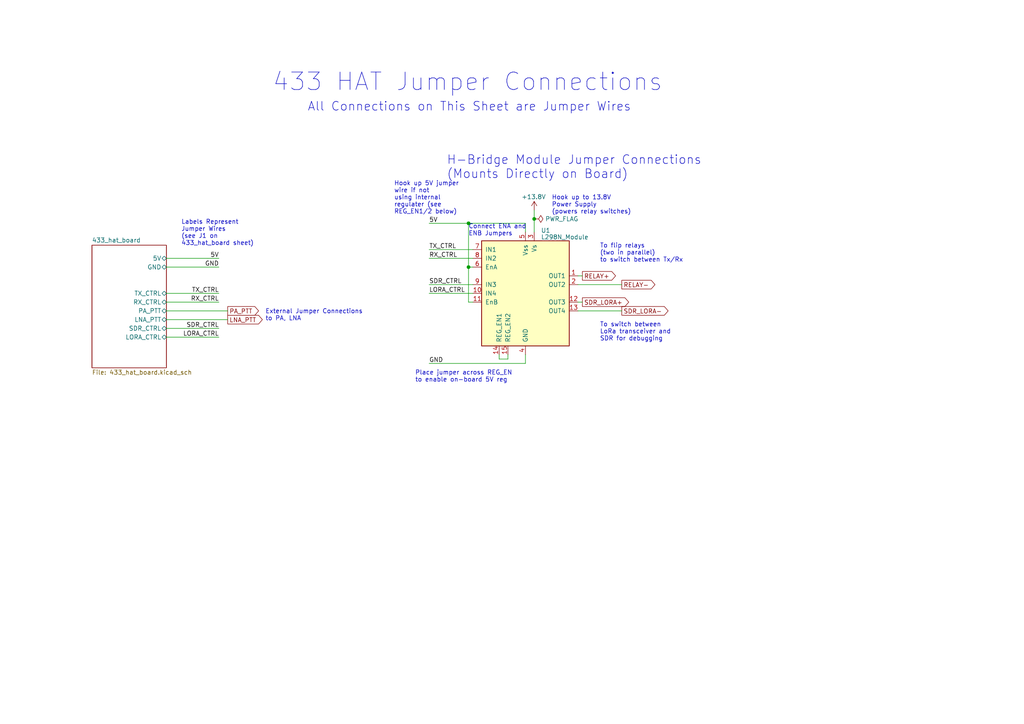
<source format=kicad_sch>
(kicad_sch (version 20250114) (generator "eeschema") (generator_version "9.0")
  (paper "A4")
  (title_block (title "433MHz Ground Station Board") (date "2025-04-07") (rev "1.3") (company "Stanford Student Space Initiative") (comment 1 "Aditri Patil, Victor Huynh, Hunter Liu"))
  (lib_symbols
    (symbol "power:PWR_FLAG" (power) (pin_numbers (hide yes)) (pin_names (offset 0) (hide yes))
      (property "Value" "PWR_FLAG" (at 0 3.81 0))
      (symbol "PWR_FLAG_0_0"
        (pin power_out line (at 0 0 90) (length 0) (name "~") (number "1"))
      )
      (symbol "PWR_FLAG_0_1"
        (polyline (pts (xy 0 0) (xy 0 1.27) (xy -1.016 1.905) (xy 0 2.54) (xy 1.016 1.905) (xy 0 1.27)))
      )
    )
    (symbol "ssi_rf:+13.8V" (power) (pin_names (offset 0))
      (property "Value" "+13.8V" (at 0 3.556 0))
      (symbol "+13.8V_0_1"
        (polyline (pts (xy -0.762 1.27) (xy 0 2.54)))
        (polyline (pts (xy 0 2.54) (xy 0.762 1.27)))
        (polyline (pts (xy 0 0) (xy 0 2.54)))
      )
      (symbol "+13.8V_1_1"
        (pin power_in line (at 0 0 90) (length 0) (hide yes) (name "+13.8V") (number "1"))
      )
    )
    (symbol "ssi_rf:L298N_Module" (pin_names (offset 1.016))
      (property "Reference" "U" (at -10.16 16.51 0))
      (property "Value" "L298N_Module" (at 17.78 16.51 0))
      (symbol "L298N_Module_0_1"
        (rectangle (start -12.7 15.24) (end 12.7 -15.24) (stroke (width 0.254)) (fill (type background)))
      )
      (symbol "L298N_Module_1_1"
        (pin input line (at -15.24 12.7 0) (length 2.54) (name "IN1") (number "7"))
        (pin input line (at -15.24 10.16 0) (length 2.54) (name "IN2") (number "8"))
        (pin input line (at -15.24 7.62 0) (length 2.54) (name "EnA") (number "6"))
        (pin input line (at -15.24 2.54 0) (length 2.54) (name "IN3") (number "9"))
        (pin input line (at -15.24 0 0) (length 2.54) (name "IN4") (number "10"))
        (pin input line (at -15.24 -2.54 0) (length 2.54) (name "EnB") (number "11"))
        (pin output line (at -7.62 -17.78 90) (length 2.54) (name "REG_EN1") (number "14"))
        (pin input line (at -5.08 -17.78 90) (length 2.54) (name "REG_EN2") (number "15"))
        (pin power_in line (at 0 17.78 270) (length 2.54) (name "Vss") (number "5"))
        (pin power_in line (at 0 -17.78 90) (length 2.54) (name "GND") (number "4"))
        (pin power_in line (at 2.54 17.78 270) (length 2.54) (name "Vs") (number "3"))
        (pin output line (at 15.24 5.08 180) (length 2.54) (name "OUT1") (number "1"))
        (pin output line (at 15.24 2.54 180) (length 2.54) (name "OUT2") (number "2"))
        (pin output line (at 15.24 -2.54 180) (length 2.54) (name "OUT3") (number "12"))
        (pin output line (at 15.24 -5.08 180) (length 2.54) (name "OUT4") (number "13"))
      )
    )
  )
  (text "433 HAT Jumper Connections" (at 135.636 23.876 0) (effects (font (size 5.08 5.08))))
  (text "External Jumper Connections\nto PA, LNA" (at 76.962 93.218 0) (effects (font (size 1.27 1.27)) (justify left bottom)))
  (text "H-Bridge Module Jumper Connections\n(Mounts Directly on Board)" (at 129.54 52.07 0) (effects (font (size 2.54 2.54)) (justify left bottom)))
  (text "Hook up 5V jumper\nwire if not\nusing internal\nregulater (see\nREG_EN1/2 below)" (at 114.3 62.23 0) (effects (font (size 1.27 1.27)) (justify left bottom)))
  (text "To switch between\nLoRa transceiver and\nSDR for debugging" (at 173.99 99.06 0) (effects (font (size 1.27 1.27)) (justify left bottom)))
  (text "To flip relays\n(two in parallel)\nto switch between Tx/Rx" (at 173.99 76.2 0) (effects (font (size 1.27 1.27)) (justify left bottom)))
  (text "Place jumper across REG_EN\nto enable on-board 5V reg" (at 120.396 110.998 0) (effects (font (size 1.27 1.27)) (justify left bottom)))
  (text "All Connections on This Sheet are Jumper Wires" (at 89.154 32.512 0) (effects (font (size 2.54 2.54)) (justify left bottom)))
  (text "Labels Represent\nJumper Wires\n(see J1 on\n433_hat_board sheet)" (at 52.578 71.374 0) (effects (font (size 1.27 1.27)) (justify left bottom)))
  (text "Hook up to 13.8V\nPower Supply\n(powers relay switches)" (at 160.02 62.23 0) (effects (font (size 1.27 1.27)) (justify left bottom)))
  (text "Connect ENA and\nENB Jumpers" (at 135.89 68.58 0) (effects (font (size 1.27 1.27)) (justify left bottom)))
  (junction (at 135.89 77.47))
  (junction (at 135.89 64.77))
  (junction (at 154.94 63.5))
  (wire (pts (xy 152.4 102.87) (xy 152.4 105.41)))
  (wire (pts (xy 152.4 64.77) (xy 135.89 64.77)))
  (wire (pts (xy 167.64 82.55) (xy 180.34 82.55)))
  (wire (pts (xy 63.5 97.79) (xy 48.26 97.79)))
  (wire (pts (xy 124.46 74.93) (xy 137.16 74.93)))
  (wire (pts (xy 154.94 60.96) (xy 154.94 63.5)))
  (wire (pts (xy 124.46 105.41) (xy 152.4 105.41)))
  (wire (pts (xy 135.89 87.63) (xy 135.89 77.47)))
  (wire (pts (xy 137.16 87.63) (xy 135.89 87.63)))
  (wire (pts (xy 124.46 64.77) (xy 135.89 64.77)))
  (wire (pts (xy 63.5 74.93) (xy 48.26 74.93)))
  (wire (pts (xy 63.5 85.09) (xy 48.26 85.09)))
  (wire (pts (xy 135.89 77.47) (xy 135.89 64.77)))
  (wire (pts (xy 63.5 87.63) (xy 48.26 87.63)))
  (wire (pts (xy 152.4 67.31) (xy 152.4 64.77)))
  (wire (pts (xy 63.5 95.25) (xy 48.26 95.25)))
  (wire (pts (xy 48.26 77.47) (xy 63.5 77.47)))
  (wire (pts (xy 147.32 102.87) (xy 147.32 104.14)))
  (wire (pts (xy 144.78 104.14) (xy 144.78 102.87)))
  (wire (pts (xy 48.26 90.17) (xy 66.04 90.17)))
  (wire (pts (xy 167.64 87.63) (xy 168.91 87.63)))
  (wire (pts (xy 48.26 92.71) (xy 66.04 92.71)))
  (wire (pts (xy 124.46 72.39) (xy 137.16 72.39)))
  (wire (pts (xy 154.94 63.5) (xy 154.94 67.31)))
  (wire (pts (xy 167.64 80.01) (xy 168.91 80.01)))
  (wire (pts (xy 147.32 104.14) (xy 144.78 104.14)))
  (wire (pts (xy 124.46 82.55) (xy 137.16 82.55)))
  (wire (pts (xy 124.46 85.09) (xy 137.16 85.09)))
  (wire (pts (xy 135.89 77.47) (xy 137.16 77.47)))
  (wire (pts (xy 167.64 90.17) (xy 180.34 90.17)))
  (label "GND" (at 63.5 77.47 180))
  (label "SDR_CTRL" (at 63.5 95.25 180))
  (label "RX_CTRL" (at 124.46 74.93 0))
  (label "LORA_CTRL" (at 63.5 97.79 180))
  (label "5V" (at 124.46 64.77 0))
  (label "5V" (at 63.5 74.93 180))
  (label "GND" (at 124.46 105.41 0))
  (label "TX_CTRL" (at 124.46 72.39 0))
  (label "TX_CTRL" (at 63.5 85.09 180))
  (label "LORA_CTRL" (at 124.46 85.09 0))
  (label "RX_CTRL" (at 63.5 87.63 180))
  (label "SDR_CTRL" (at 124.46 82.55 0))
  (global_label "RELAY+" (shape output) (at 168.91 80.01 0) (property "Intersheetrefs" "${INTERSHEET_REFS}" (effects (hide yes))))
  (global_label "SDR_LORA+" (shape output) (at 168.91 87.63 0) (property "Intersheetrefs" "${INTERSHEET_REFS}" (effects (hide yes))))
  (global_label "PA_PTT" (shape output) (at 66.04 90.17 0) (property "Intersheetrefs" "${INTERSHEET_REFS}" (effects (hide yes))))
  (global_label "RELAY-" (shape output) (at 180.34 82.55 0) (property "Intersheetrefs" "${INTERSHEET_REFS}" (effects (hide yes))))
  (global_label "LNA_PTT" (shape output) (at 66.04 92.71 0) (property "Intersheetrefs" "${INTERSHEET_REFS}" (effects (hide yes))))
  (global_label "SDR_LORA-" (shape output) (at 180.34 90.17 0) (property "Intersheetrefs" "${INTERSHEET_REFS}" (effects (hide yes))))
  (symbol (lib_id "ssi_rf:L298N_Module") (at 152.4 85.09 0) (unit 1)
    (property "Reference" "U1" (at 156.8959 66.8401 0) (effects (justify left)))
    (property "Value" "L298N_Module" (at 156.8959 68.7611 0) (effects (justify left)))
    (property "Footprint" "ssi_IC:H-bridge module" (effects (hide yes)))
    (property "Datasheet" "https://lastminuteengineers.com/l298n-dc-stepper-driver-arduino-tutorial/" (effects (hide yes)))
    (property "Description" "Dual full bridge motor driver, up to 46V, 4A, Multiwatt15-H" (effects (hide yes)))
  )
  (symbol (lib_id "ssi_rf:+13.8V") (at 154.94 60.96 0) (unit 1)
    (property "Reference" "#PWR05" (effects (hide yes)))
    (property "Value" "+13.8V" (at 154.7876 57.0992 0))
    (property "Description" "Power symbol creates a global label with name \"+12V\"" (effects (hide yes)))
  )
  (symbol (lib_id "power:PWR_FLAG") (at 154.94 63.5 270) (unit 1)
    (property "Reference" "#FLG03" (effects (hide yes)))
    (property "Value" "PWR_FLAG" (at 158.115 63.5 90) (effects (justify left)))
    (property "Description" "Special symbol for telling ERC where power comes from" (effects (hide yes)))
  )
  (sheet (at 26.67 71.12) (size 21.59 35.56) (stroke (width 0.1524))
    (property "Sheetname" "433_hat_board" (at 26.67 70.4084 0) (effects (justify left bottom)))
    (property "Sheetfile" "433_hat_board.kicad_sch" (at 26.67 107.2646 0) (effects (justify left top)))
    (pin "SDR_CTRL" bidirectional (at 48.26 95.25 0))
    (pin "LORA_CTRL" bidirectional (at 48.26 97.79 0))
    (pin "TX_CTRL" bidirectional (at 48.26 85.09 0))
    (pin "LNA_PTT" bidirectional (at 48.26 92.71 0))
    (pin "PA_PTT" bidirectional (at 48.26 90.17 0))
    (pin "RX_CTRL" bidirectional (at 48.26 87.63 0))
    (pin "5V" bidirectional (at 48.26 74.93 0))
    (pin "GND" bidirectional (at 48.26 77.47 0))
  )
)
</source>
